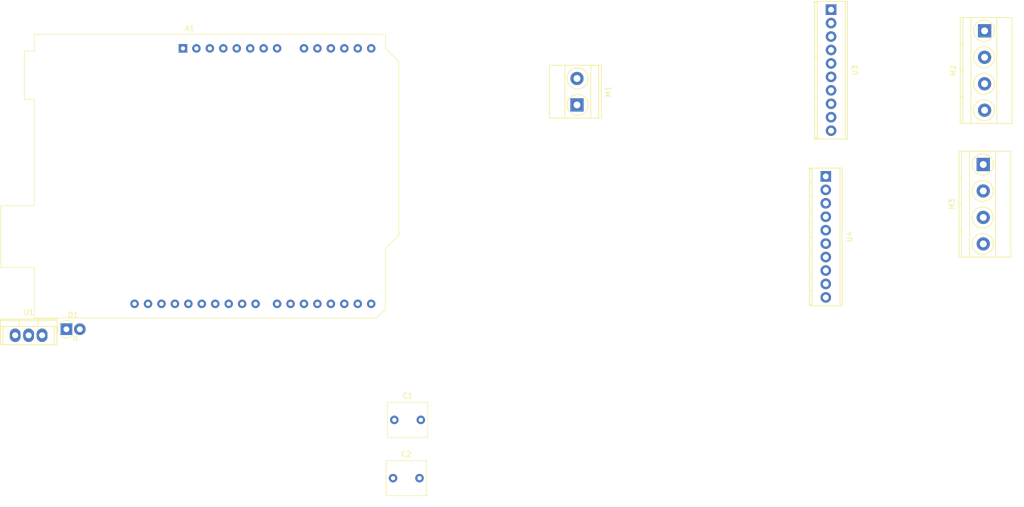
<source format=kicad_pcb>
(kicad_pcb (version 20171130) (host pcbnew "(5.0.1)-3")

  (general
    (thickness 1.6)
    (drawings 0)
    (tracks 0)
    (zones 0)
    (modules 10)
    (nets 19)
  )

  (page A4)
  (layers
    (0 F.Cu signal)
    (31 B.Cu signal)
    (32 B.Adhes user)
    (33 F.Adhes user)
    (34 B.Paste user)
    (35 F.Paste user)
    (36 B.SilkS user)
    (37 F.SilkS user)
    (38 B.Mask user)
    (39 F.Mask user)
    (40 Dwgs.User user)
    (41 Cmts.User user)
    (42 Eco1.User user)
    (43 Eco2.User user)
    (44 Edge.Cuts user)
    (45 Margin user)
    (46 B.CrtYd user)
    (47 F.CrtYd user)
    (48 B.Fab user)
    (49 F.Fab user)
  )

  (setup
    (last_trace_width 0.25)
    (trace_clearance 0.2)
    (zone_clearance 0.508)
    (zone_45_only no)
    (trace_min 0.2)
    (segment_width 0.2)
    (edge_width 0.15)
    (via_size 0.8)
    (via_drill 0.4)
    (via_min_size 0.4)
    (via_min_drill 0.3)
    (uvia_size 0.3)
    (uvia_drill 0.1)
    (uvias_allowed no)
    (uvia_min_size 0.2)
    (uvia_min_drill 0.1)
    (pcb_text_width 0.3)
    (pcb_text_size 1.5 1.5)
    (mod_edge_width 0.15)
    (mod_text_size 1 1)
    (mod_text_width 0.15)
    (pad_size 1.524 1.524)
    (pad_drill 0.762)
    (pad_to_mask_clearance 0.051)
    (solder_mask_min_width 0.25)
    (aux_axis_origin 0 0)
    (visible_elements FFFFFF7F)
    (pcbplotparams
      (layerselection 0x010fc_ffffffff)
      (usegerberextensions false)
      (usegerberattributes false)
      (usegerberadvancedattributes false)
      (creategerberjobfile false)
      (excludeedgelayer true)
      (linewidth 0.100000)
      (plotframeref false)
      (viasonmask false)
      (mode 1)
      (useauxorigin false)
      (hpglpennumber 1)
      (hpglpenspeed 20)
      (hpglpendiameter 15.000000)
      (psnegative false)
      (psa4output false)
      (plotreference true)
      (plotvalue true)
      (plotinvisibletext false)
      (padsonsilk false)
      (subtractmaskfromsilk false)
      (outputformat 1)
      (mirror false)
      (drillshape 1)
      (scaleselection 1)
      (outputdirectory ""))
  )

  (net 0 "")
  (net 1 GNDD)
  (net 2 DIR1)
  (net 3 DIR2)
  (net 4 +5VD)
  (net 5 PWM2)
  (net 6 "Net-(A1-Pad5)")
  (net 7 PWM1)
  (net 8 +24V)
  (net 9 OUT2)
  (net 10 OUT1)
  (net 11 A-1)
  (net 12 A+1)
  (net 13 B+1)
  (net 14 B-1)
  (net 15 B-2)
  (net 16 B+2)
  (net 17 A+2)
  (net 18 A-2)

  (net_class Default "Dies ist die voreingestellte Netzklasse."
    (clearance 0.2)
    (trace_width 0.25)
    (via_dia 0.8)
    (via_drill 0.4)
    (uvia_dia 0.3)
    (uvia_drill 0.1)
    (add_net +24V)
    (add_net +5VD)
    (add_net A+1)
    (add_net A+2)
    (add_net A-1)
    (add_net A-2)
    (add_net B+1)
    (add_net B+2)
    (add_net B-1)
    (add_net B-2)
    (add_net DIR1)
    (add_net DIR2)
    (add_net GNDD)
    (add_net "Net-(A1-Pad5)")
    (add_net OUT1)
    (add_net OUT2)
    (add_net PWM1)
    (add_net PWM2)
  )

  (module Modules:Arduino_UNO_R3_WithMountingHoles (layer F.Cu) (tedit 58AB6127) (tstamp 5BE0DCC1)
    (at 86.565001 34.565001)
    (descr "Arduino UNO R3, http://www.mouser.com/pdfdocs/Gravitech_Arduino_Nano3_0.pdf")
    (tags "Arduino UNO R3")
    (path /5BE05B95)
    (fp_text reference A1 (at 1.27 -3.81 180) (layer F.SilkS)
      (effects (font (size 1 1) (thickness 0.15)))
    )
    (fp_text value Arduino_UNO_R3 (at 0 22.86) (layer F.Fab)
      (effects (font (size 1 1) (thickness 0.15)))
    )
    (fp_line (start -27.94 -2.54) (end 38.1 -2.54) (layer F.Fab) (width 0.1))
    (fp_line (start -27.94 50.8) (end -27.94 -2.54) (layer F.Fab) (width 0.1))
    (fp_line (start 36.58 50.8) (end -27.94 50.8) (layer F.Fab) (width 0.1))
    (fp_line (start 38.1 49.28) (end 36.58 50.8) (layer F.Fab) (width 0.1))
    (fp_line (start 38.1 0) (end 40.64 2.54) (layer F.Fab) (width 0.1))
    (fp_line (start 38.1 -2.54) (end 38.1 0) (layer F.Fab) (width 0.1))
    (fp_line (start 40.64 35.31) (end 38.1 37.85) (layer F.Fab) (width 0.1))
    (fp_line (start 40.64 2.54) (end 40.64 35.31) (layer F.Fab) (width 0.1))
    (fp_line (start 38.1 37.85) (end 38.1 49.28) (layer F.Fab) (width 0.1))
    (fp_line (start -29.84 9.53) (end -29.84 0.64) (layer F.Fab) (width 0.1))
    (fp_line (start -16.51 9.53) (end -29.84 9.53) (layer F.Fab) (width 0.1))
    (fp_line (start -16.51 0.64) (end -16.51 9.53) (layer F.Fab) (width 0.1))
    (fp_line (start -29.84 0.64) (end -16.51 0.64) (layer F.Fab) (width 0.1))
    (fp_line (start -34.29 41.27) (end -34.29 29.84) (layer F.Fab) (width 0.1))
    (fp_line (start -18.41 41.27) (end -34.29 41.27) (layer F.Fab) (width 0.1))
    (fp_line (start -18.41 29.84) (end -18.41 41.27) (layer F.Fab) (width 0.1))
    (fp_line (start -34.29 29.84) (end -18.41 29.84) (layer F.Fab) (width 0.1))
    (fp_line (start 38.23 37.85) (end 40.77 35.31) (layer F.SilkS) (width 0.12))
    (fp_line (start 38.23 49.28) (end 38.23 37.85) (layer F.SilkS) (width 0.12))
    (fp_line (start 36.58 50.93) (end 38.23 49.28) (layer F.SilkS) (width 0.12))
    (fp_line (start -28.07 50.93) (end 36.58 50.93) (layer F.SilkS) (width 0.12))
    (fp_line (start -28.07 41.4) (end -28.07 50.93) (layer F.SilkS) (width 0.12))
    (fp_line (start -34.42 41.4) (end -28.07 41.4) (layer F.SilkS) (width 0.12))
    (fp_line (start -34.42 29.72) (end -34.42 41.4) (layer F.SilkS) (width 0.12))
    (fp_line (start -28.07 29.72) (end -34.42 29.72) (layer F.SilkS) (width 0.12))
    (fp_line (start -28.07 9.65) (end -28.07 29.72) (layer F.SilkS) (width 0.12))
    (fp_line (start -29.97 9.65) (end -28.07 9.65) (layer F.SilkS) (width 0.12))
    (fp_line (start -29.97 0.51) (end -29.97 9.65) (layer F.SilkS) (width 0.12))
    (fp_line (start -28.07 0.51) (end -29.97 0.51) (layer F.SilkS) (width 0.12))
    (fp_line (start -28.07 -2.67) (end -28.07 0.51) (layer F.SilkS) (width 0.12))
    (fp_line (start 38.23 -2.67) (end -28.07 -2.67) (layer F.SilkS) (width 0.12))
    (fp_line (start 38.23 0) (end 38.23 -2.67) (layer F.SilkS) (width 0.12))
    (fp_line (start 40.77 2.54) (end 38.23 0) (layer F.SilkS) (width 0.12))
    (fp_line (start 40.77 35.31) (end 40.77 2.54) (layer F.SilkS) (width 0.12))
    (fp_line (start -28.19 -2.79) (end 38.35 -2.79) (layer F.CrtYd) (width 0.05))
    (fp_line (start -28.19 0.38) (end -28.19 -2.79) (layer F.CrtYd) (width 0.05))
    (fp_line (start -30.1 0.38) (end -28.19 0.38) (layer F.CrtYd) (width 0.05))
    (fp_line (start -30.1 9.78) (end -30.1 0.38) (layer F.CrtYd) (width 0.05))
    (fp_line (start -28.19 9.78) (end -30.1 9.78) (layer F.CrtYd) (width 0.05))
    (fp_line (start -28.19 29.59) (end -28.19 9.78) (layer F.CrtYd) (width 0.05))
    (fp_line (start -34.54 29.59) (end -28.19 29.59) (layer F.CrtYd) (width 0.05))
    (fp_line (start -34.54 41.53) (end -34.54 29.59) (layer F.CrtYd) (width 0.05))
    (fp_line (start -28.19 41.53) (end -34.54 41.53) (layer F.CrtYd) (width 0.05))
    (fp_line (start -28.19 51.05) (end -28.19 41.53) (layer F.CrtYd) (width 0.05))
    (fp_line (start 36.58 51.05) (end -28.19 51.05) (layer F.CrtYd) (width 0.05))
    (fp_line (start 38.35 49.28) (end 36.58 51.05) (layer F.CrtYd) (width 0.05))
    (fp_line (start 38.35 37.85) (end 38.35 49.28) (layer F.CrtYd) (width 0.05))
    (fp_line (start 40.89 35.31) (end 38.35 37.85) (layer F.CrtYd) (width 0.05))
    (fp_line (start 40.89 2.54) (end 40.89 35.31) (layer F.CrtYd) (width 0.05))
    (fp_line (start 38.35 0) (end 40.89 2.54) (layer F.CrtYd) (width 0.05))
    (fp_line (start 38.35 -2.79) (end 38.35 0) (layer F.CrtYd) (width 0.05))
    (fp_text user %R (at 0 20.32 180) (layer F.Fab)
      (effects (font (size 1 1) (thickness 0.15)))
    )
    (pad "" np_thru_hole circle (at 38.1 5.08 90) (size 1.78 1.78) (drill 1.78) (layers *.Cu *.Mask))
    (pad "" np_thru_hole circle (at 38.1 33.02 90) (size 1.78 1.78) (drill 1.78) (layers *.Cu *.Mask))
    (pad "" np_thru_hole circle (at -12.7 48.26 90) (size 1.78 1.78) (drill 1.78) (layers *.Cu *.Mask))
    (pad "" np_thru_hole circle (at -13.97 0 90) (size 1.78 1.78) (drill 1.78) (layers *.Cu *.Mask))
    (pad 16 thru_hole oval (at 33.02 48.26 90) (size 1.6 1.6) (drill 0.8) (layers *.Cu *.Mask))
    (pad 15 thru_hole oval (at 35.56 48.26 90) (size 1.6 1.6) (drill 0.8) (layers *.Cu *.Mask))
    (pad 30 thru_hole oval (at -4.06 48.26 90) (size 1.6 1.6) (drill 0.8) (layers *.Cu *.Mask))
    (pad 14 thru_hole oval (at 35.56 0 90) (size 1.6 1.6) (drill 0.8) (layers *.Cu *.Mask))
    (pad 29 thru_hole oval (at -1.52 48.26 90) (size 1.6 1.6) (drill 0.8) (layers *.Cu *.Mask)
      (net 1 GNDD))
    (pad 13 thru_hole oval (at 33.02 0 90) (size 1.6 1.6) (drill 0.8) (layers *.Cu *.Mask))
    (pad 28 thru_hole oval (at 1.02 48.26 90) (size 1.6 1.6) (drill 0.8) (layers *.Cu *.Mask)
      (net 2 DIR1))
    (pad 12 thru_hole oval (at 30.48 0 90) (size 1.6 1.6) (drill 0.8) (layers *.Cu *.Mask))
    (pad 27 thru_hole oval (at 3.56 48.26 90) (size 1.6 1.6) (drill 0.8) (layers *.Cu *.Mask)
      (net 3 DIR2))
    (pad 11 thru_hole oval (at 27.94 0 90) (size 1.6 1.6) (drill 0.8) (layers *.Cu *.Mask))
    (pad 26 thru_hole oval (at 6.1 48.26 90) (size 1.6 1.6) (drill 0.8) (layers *.Cu *.Mask))
    (pad 10 thru_hole oval (at 25.4 0 90) (size 1.6 1.6) (drill 0.8) (layers *.Cu *.Mask))
    (pad 25 thru_hole oval (at 8.64 48.26 90) (size 1.6 1.6) (drill 0.8) (layers *.Cu *.Mask))
    (pad 9 thru_hole oval (at 22.86 0 90) (size 1.6 1.6) (drill 0.8) (layers *.Cu *.Mask))
    (pad 24 thru_hole oval (at 11.18 48.26 90) (size 1.6 1.6) (drill 0.8) (layers *.Cu *.Mask))
    (pad 8 thru_hole oval (at 17.78 0 90) (size 1.6 1.6) (drill 0.8) (layers *.Cu *.Mask)
      (net 4 +5VD))
    (pad 23 thru_hole oval (at 13.72 48.26 90) (size 1.6 1.6) (drill 0.8) (layers *.Cu *.Mask))
    (pad 7 thru_hole oval (at 15.24 0 90) (size 1.6 1.6) (drill 0.8) (layers *.Cu *.Mask)
      (net 1 GNDD))
    (pad 22 thru_hole oval (at 17.78 48.26 90) (size 1.6 1.6) (drill 0.8) (layers *.Cu *.Mask))
    (pad 6 thru_hole oval (at 12.7 0 90) (size 1.6 1.6) (drill 0.8) (layers *.Cu *.Mask)
      (net 1 GNDD))
    (pad 21 thru_hole oval (at 20.32 48.26 90) (size 1.6 1.6) (drill 0.8) (layers *.Cu *.Mask)
      (net 5 PWM2))
    (pad 5 thru_hole oval (at 10.16 0 90) (size 1.6 1.6) (drill 0.8) (layers *.Cu *.Mask)
      (net 6 "Net-(A1-Pad5)"))
    (pad 20 thru_hole oval (at 22.86 48.26 90) (size 1.6 1.6) (drill 0.8) (layers *.Cu *.Mask)
      (net 7 PWM1))
    (pad 4 thru_hole oval (at 7.62 0 90) (size 1.6 1.6) (drill 0.8) (layers *.Cu *.Mask))
    (pad 19 thru_hole oval (at 25.4 48.26 90) (size 1.6 1.6) (drill 0.8) (layers *.Cu *.Mask))
    (pad 3 thru_hole oval (at 5.08 0 90) (size 1.6 1.6) (drill 0.8) (layers *.Cu *.Mask)
      (net 4 +5VD))
    (pad 18 thru_hole oval (at 27.94 48.26 90) (size 1.6 1.6) (drill 0.8) (layers *.Cu *.Mask))
    (pad 2 thru_hole oval (at 2.54 0 90) (size 1.6 1.6) (drill 0.8) (layers *.Cu *.Mask))
    (pad 17 thru_hole oval (at 30.48 48.26 90) (size 1.6 1.6) (drill 0.8) (layers *.Cu *.Mask))
    (pad 1 thru_hole rect (at 0 0 90) (size 1.6 1.6) (drill 0.8) (layers *.Cu *.Mask))
    (pad 31 thru_hole oval (at -6.6 48.26 90) (size 1.6 1.6) (drill 0.8) (layers *.Cu *.Mask))
    (pad 32 thru_hole oval (at -9.14 48.26 90) (size 1.6 1.6) (drill 0.8) (layers *.Cu *.Mask))
  )

  (module Capacitors_THT:C_Rect_L7.5mm_W6.5mm_P5.00mm (layer F.Cu) (tedit 597BC7C2) (tstamp 5BE0DCD4)
    (at 126.5 104.75)
    (descr "C, Rect series, Radial, pin pitch=5.00mm, , length*width=7.5*6.5mm^2, Capacitor")
    (tags "C Rect series Radial pin pitch 5.00mm  length 7.5mm width 6.5mm Capacitor")
    (path /5BE054B9)
    (fp_text reference C1 (at 2.5 -4.56) (layer F.SilkS)
      (effects (font (size 1 1) (thickness 0.15)))
    )
    (fp_text value 0.33uF (at 2.5 4.56) (layer F.Fab)
      (effects (font (size 1 1) (thickness 0.15)))
    )
    (fp_text user %R (at 2.5 0) (layer F.Fab)
      (effects (font (size 1 1) (thickness 0.15)))
    )
    (fp_line (start 6.6 -3.6) (end -1.6 -3.6) (layer F.CrtYd) (width 0.05))
    (fp_line (start 6.6 3.6) (end 6.6 -3.6) (layer F.CrtYd) (width 0.05))
    (fp_line (start -1.6 3.6) (end 6.6 3.6) (layer F.CrtYd) (width 0.05))
    (fp_line (start -1.6 -3.6) (end -1.6 3.6) (layer F.CrtYd) (width 0.05))
    (fp_line (start 6.31 -3.31) (end 6.31 3.31) (layer F.SilkS) (width 0.12))
    (fp_line (start -1.31 -3.31) (end -1.31 3.31) (layer F.SilkS) (width 0.12))
    (fp_line (start -1.31 3.31) (end 6.31 3.31) (layer F.SilkS) (width 0.12))
    (fp_line (start -1.31 -3.31) (end 6.31 -3.31) (layer F.SilkS) (width 0.12))
    (fp_line (start 6.25 -3.25) (end -1.25 -3.25) (layer F.Fab) (width 0.1))
    (fp_line (start 6.25 3.25) (end 6.25 -3.25) (layer F.Fab) (width 0.1))
    (fp_line (start -1.25 3.25) (end 6.25 3.25) (layer F.Fab) (width 0.1))
    (fp_line (start -1.25 -3.25) (end -1.25 3.25) (layer F.Fab) (width 0.1))
    (pad 2 thru_hole circle (at 5 0) (size 1.6 1.6) (drill 0.8) (layers *.Cu *.Mask)
      (net 1 GNDD))
    (pad 1 thru_hole circle (at 0 0) (size 1.6 1.6) (drill 0.8) (layers *.Cu *.Mask)
      (net 8 +24V))
    (model ${KISYS3DMOD}/Capacitors_THT.3dshapes/C_Rect_L7.5mm_W6.5mm_P5.00mm.wrl
      (at (xyz 0 0 0))
      (scale (xyz 1 1 1))
      (rotate (xyz 0 0 0))
    )
  )

  (module Capacitors_THT:C_Rect_L7.5mm_W6.5mm_P5.00mm (layer F.Cu) (tedit 597BC7C2) (tstamp 5BE0DCE7)
    (at 126.25 115.75)
    (descr "C, Rect series, Radial, pin pitch=5.00mm, , length*width=7.5*6.5mm^2, Capacitor")
    (tags "C Rect series Radial pin pitch 5.00mm  length 7.5mm width 6.5mm Capacitor")
    (path /5BE05551)
    (fp_text reference C2 (at 2.5 -4.56) (layer F.SilkS)
      (effects (font (size 1 1) (thickness 0.15)))
    )
    (fp_text value 0.1uF (at 2.5 4.56) (layer F.Fab)
      (effects (font (size 1 1) (thickness 0.15)))
    )
    (fp_line (start -1.25 -3.25) (end -1.25 3.25) (layer F.Fab) (width 0.1))
    (fp_line (start -1.25 3.25) (end 6.25 3.25) (layer F.Fab) (width 0.1))
    (fp_line (start 6.25 3.25) (end 6.25 -3.25) (layer F.Fab) (width 0.1))
    (fp_line (start 6.25 -3.25) (end -1.25 -3.25) (layer F.Fab) (width 0.1))
    (fp_line (start -1.31 -3.31) (end 6.31 -3.31) (layer F.SilkS) (width 0.12))
    (fp_line (start -1.31 3.31) (end 6.31 3.31) (layer F.SilkS) (width 0.12))
    (fp_line (start -1.31 -3.31) (end -1.31 3.31) (layer F.SilkS) (width 0.12))
    (fp_line (start 6.31 -3.31) (end 6.31 3.31) (layer F.SilkS) (width 0.12))
    (fp_line (start -1.6 -3.6) (end -1.6 3.6) (layer F.CrtYd) (width 0.05))
    (fp_line (start -1.6 3.6) (end 6.6 3.6) (layer F.CrtYd) (width 0.05))
    (fp_line (start 6.6 3.6) (end 6.6 -3.6) (layer F.CrtYd) (width 0.05))
    (fp_line (start 6.6 -3.6) (end -1.6 -3.6) (layer F.CrtYd) (width 0.05))
    (fp_text user %R (at 2.5 0) (layer F.Fab)
      (effects (font (size 1 1) (thickness 0.15)))
    )
    (pad 1 thru_hole circle (at 0 0) (size 1.6 1.6) (drill 0.8) (layers *.Cu *.Mask)
      (net 4 +5VD))
    (pad 2 thru_hole circle (at 5 0) (size 1.6 1.6) (drill 0.8) (layers *.Cu *.Mask)
      (net 1 GNDD))
    (model ${KISYS3DMOD}/Capacitors_THT.3dshapes/C_Rect_L7.5mm_W6.5mm_P5.00mm.wrl
      (at (xyz 0 0 0))
      (scale (xyz 1 1 1))
      (rotate (xyz 0 0 0))
    )
  )

  (module Diodes_THT:D_DO-41_SOD81_P2.54mm_Vertical_AnodeUp (layer F.Cu) (tedit 5921392F) (tstamp 5BE0DCFA)
    (at 64.540733 87.615001)
    (descr "D, DO-41_SOD81 series, Axial, Vertical, pin pitch=2.54mm, , length*diameter=5.2*2.7mm^2, , http://www.diodes.com/_files/packages/DO-41%20(Plastic).pdf")
    (tags "D DO-41_SOD81 series Axial Vertical pin pitch 2.54mm  length 5.2mm diameter 2.7mm")
    (path /5BE093C6)
    (fp_text reference D1 (at 1.27 -2.690635) (layer F.SilkS)
      (effects (font (size 1 1) (thickness 0.15)))
    )
    (fp_text value 1N4001 (at 1.27 3.579635) (layer F.Fab)
      (effects (font (size 1 1) (thickness 0.15)))
    )
    (fp_arc (start 0 0) (end 1.257516 -1.1) (angle -276.1) (layer F.SilkS) (width 0.12))
    (fp_circle (center 0 0) (end 1.35 0) (layer F.Fab) (width 0.1))
    (fp_line (start 3.95 -1.95) (end -1.7 -1.95) (layer F.CrtYd) (width 0.05))
    (fp_line (start 3.95 1.95) (end 3.95 -1.95) (layer F.CrtYd) (width 0.05))
    (fp_line (start -1.7 1.95) (end 3.95 1.95) (layer F.CrtYd) (width 0.05))
    (fp_line (start -1.7 -1.95) (end -1.7 1.95) (layer F.CrtYd) (width 0.05))
    (fp_line (start 1.989667 2.169) (end 1.397 1.7245) (layer F.SilkS) (width 0.12))
    (fp_line (start 1.989667 1.28) (end 1.989667 2.169) (layer F.SilkS) (width 0.12))
    (fp_line (start 1.397 1.7245) (end 1.989667 1.28) (layer F.SilkS) (width 0.12))
    (fp_line (start 1.397 1.28) (end 1.397 2.169) (layer F.SilkS) (width 0.12))
    (fp_line (start 0 0) (end 2.54 0) (layer F.Fab) (width 0.1))
    (fp_text user %R (at 1.27 0) (layer F.Fab)
      (effects (font (size 1 1) (thickness 0.15)))
    )
    (fp_text user K (at -2.390635 0) (layer F.Fab)
      (effects (font (size 1 1) (thickness 0.15)))
    )
    (pad 2 thru_hole oval (at 2.54 0) (size 2.2 2.2) (drill 1.1) (layers *.Cu *.Mask)
      (net 9 OUT2))
    (pad 1 thru_hole rect (at 0 0) (size 2.2 2.2) (drill 1.1) (layers *.Cu *.Mask)
      (net 10 OUT1))
    (model ${KISYS3DMOD}/Diodes_THT.3dshapes/D_DO-41_SOD81_P2.54mm_Vertical_AnodeUp.wrl
      (at (xyz 0 0 0))
      (scale (xyz 0.393701 0.393701 0.393701))
      (rotate (xyz 0 0 0))
    )
  )

  (module TerminalBlocks_Phoenix:TerminalBlock_Phoenix_MKDS1.5-2pol (layer F.Cu) (tedit 59FF0755) (tstamp 5BE0DD0F)
    (at 161 45.25 90)
    (descr "2-way 5mm pitch terminal block, Phoenix MKDS series")
    (path /5BE07F6E)
    (fp_text reference M1 (at 2.5 5.9 90) (layer F.SilkS)
      (effects (font (size 1 1) (thickness 0.15)))
    )
    (fp_text value Motor_DC (at 2.5 -6.6 90) (layer F.Fab)
      (effects (font (size 1 1) (thickness 0.15)))
    )
    (fp_circle (center 0 0.1) (end 2 0.1) (layer F.SilkS) (width 0.15))
    (fp_circle (center 5 0.1) (end 3 0.1) (layer F.SilkS) (width 0.15))
    (fp_line (start -2.5 -5.2) (end -2.5 4.6) (layer F.SilkS) (width 0.15))
    (fp_line (start 7.5 -5.2) (end -2.5 -5.2) (layer F.SilkS) (width 0.15))
    (fp_line (start 7.5 4.6) (end 7.5 -5.2) (layer F.SilkS) (width 0.15))
    (fp_line (start -2.5 4.6) (end 7.5 4.6) (layer F.SilkS) (width 0.15))
    (fp_line (start -2.5 4.1) (end 7.5 4.1) (layer F.SilkS) (width 0.15))
    (fp_line (start -2.5 -2.3) (end 7.5 -2.3) (layer F.SilkS) (width 0.15))
    (fp_line (start -2.5 2.6) (end 7.5 2.6) (layer F.SilkS) (width 0.15))
    (fp_line (start 2.5 4.1) (end 2.5 4.6) (layer F.SilkS) (width 0.15))
    (fp_line (start 7.7 -5.4) (end 7.7 4.8) (layer F.CrtYd) (width 0.05))
    (fp_line (start 7.7 4.8) (end -2.7 4.8) (layer F.CrtYd) (width 0.05))
    (fp_line (start -2.7 4.8) (end -2.7 -5.4) (layer F.CrtYd) (width 0.05))
    (fp_line (start -2.7 -5.4) (end 7.7 -5.4) (layer F.CrtYd) (width 0.05))
    (fp_text user %R (at 2.5 0 90) (layer F.Fab)
      (effects (font (size 1 1) (thickness 0.15)))
    )
    (pad 2 thru_hole circle (at 5 0 90) (size 2.5 2.5) (drill 1.3) (layers *.Cu *.Mask)
      (net 9 OUT2))
    (pad 1 thru_hole rect (at 0 0 90) (size 2.5 2.5) (drill 1.3) (layers *.Cu *.Mask)
      (net 10 OUT1))
    (model ${KISYS3DMOD}/TerminalBlock_Phoenix.3dshapes/TerminalBlock_Phoenix_MKDS1.5-2pol.wrl
      (offset (xyz 2.499359962463379 0 0))
      (scale (xyz 1 1 1))
      (rotate (xyz 0 0 0))
    )
  )

  (module TerminalBlocks_Phoenix:TerminalBlock_Phoenix_MKDS1.5-4pol (layer F.Cu) (tedit 59FF0755) (tstamp 5BE0DD2A)
    (at 238 31.25 270)
    (descr "4-way 5mm pitch terminal block, Phoenix MKDS series")
    (path /5BE070FB)
    (fp_text reference M2 (at 7.5 5.9 270) (layer F.SilkS)
      (effects (font (size 1 1) (thickness 0.15)))
    )
    (fp_text value Stepper_Motor_bipolar (at 7.5 -6.6 270) (layer F.Fab)
      (effects (font (size 1 1) (thickness 0.15)))
    )
    (fp_circle (center 0 0.1) (end 2 0.1) (layer F.SilkS) (width 0.15))
    (fp_circle (center 5 0.1) (end 3 0.1) (layer F.SilkS) (width 0.15))
    (fp_circle (center 10 0.1) (end 8 0.1) (layer F.SilkS) (width 0.15))
    (fp_circle (center 15 0.1) (end 13 0.1) (layer F.SilkS) (width 0.15))
    (fp_line (start -2.5 -5.2) (end -2.5 4.6) (layer F.SilkS) (width 0.15))
    (fp_line (start 17.5 -5.2) (end -2.5 -5.2) (layer F.SilkS) (width 0.15))
    (fp_line (start 17.5 4.6) (end 17.5 -5.2) (layer F.SilkS) (width 0.15))
    (fp_line (start -2.5 4.6) (end 17.5 4.6) (layer F.SilkS) (width 0.15))
    (fp_line (start -2.5 4.1) (end 17.5 4.1) (layer F.SilkS) (width 0.15))
    (fp_line (start -2.5 -2.3) (end 17.5 -2.3) (layer F.SilkS) (width 0.15))
    (fp_line (start -2.5 2.6) (end 17.5 2.6) (layer F.SilkS) (width 0.15))
    (fp_line (start 2.5 4.1) (end 2.5 4.6) (layer F.SilkS) (width 0.15))
    (fp_line (start 7.5 4.1) (end 7.5 4.6) (layer F.SilkS) (width 0.15))
    (fp_line (start 12.5 4.1) (end 12.5 4.6) (layer F.SilkS) (width 0.15))
    (fp_line (start 17.7 -5.4) (end 17.7 4.8) (layer F.CrtYd) (width 0.05))
    (fp_line (start 17.7 4.8) (end -2.7 4.8) (layer F.CrtYd) (width 0.05))
    (fp_line (start -2.7 4.8) (end -2.7 -5.4) (layer F.CrtYd) (width 0.05))
    (fp_line (start -2.7 -5.4) (end 17.7 -5.4) (layer F.CrtYd) (width 0.05))
    (fp_text user %R (at 7.5 0 270) (layer F.Fab)
      (effects (font (size 1 1) (thickness 0.15)))
    )
    (pad 2 thru_hole circle (at 5 0 270) (size 2.5 2.5) (drill 1.3) (layers *.Cu *.Mask)
      (net 11 A-1))
    (pad 1 thru_hole rect (at 0 0 270) (size 2.5 2.5) (drill 1.3) (layers *.Cu *.Mask)
      (net 12 A+1))
    (pad 3 thru_hole circle (at 10 0 270) (size 2.5 2.5) (drill 1.3) (layers *.Cu *.Mask)
      (net 13 B+1))
    (pad 4 thru_hole circle (at 15 0 270) (size 2.5 2.5) (drill 1.3) (layers *.Cu *.Mask)
      (net 14 B-1))
    (model ${KISYS3DMOD}/TerminalBlock_Phoenix.3dshapes/TerminalBlock_Phoenix_MKDS1.5-4pol.wrl
      (offset (xyz 7.50061988735199 0 0))
      (scale (xyz 1 1 1))
      (rotate (xyz 0 0 0))
    )
  )

  (module TerminalBlocks_Phoenix:TerminalBlock_Phoenix_MKDS1.5-4pol (layer F.Cu) (tedit 59FF0755) (tstamp 5BE0DD45)
    (at 237.75 56.5 270)
    (descr "4-way 5mm pitch terminal block, Phoenix MKDS series")
    (path /5BE0716A)
    (fp_text reference M3 (at 7.5 5.9 270) (layer F.SilkS)
      (effects (font (size 1 1) (thickness 0.15)))
    )
    (fp_text value Stepper_Motor_bipolar (at 7.5 -6.6 270) (layer F.Fab)
      (effects (font (size 1 1) (thickness 0.15)))
    )
    (fp_text user %R (at 7.5 0 270) (layer F.Fab)
      (effects (font (size 1 1) (thickness 0.15)))
    )
    (fp_line (start -2.7 -5.4) (end 17.7 -5.4) (layer F.CrtYd) (width 0.05))
    (fp_line (start -2.7 4.8) (end -2.7 -5.4) (layer F.CrtYd) (width 0.05))
    (fp_line (start 17.7 4.8) (end -2.7 4.8) (layer F.CrtYd) (width 0.05))
    (fp_line (start 17.7 -5.4) (end 17.7 4.8) (layer F.CrtYd) (width 0.05))
    (fp_line (start 12.5 4.1) (end 12.5 4.6) (layer F.SilkS) (width 0.15))
    (fp_line (start 7.5 4.1) (end 7.5 4.6) (layer F.SilkS) (width 0.15))
    (fp_line (start 2.5 4.1) (end 2.5 4.6) (layer F.SilkS) (width 0.15))
    (fp_line (start -2.5 2.6) (end 17.5 2.6) (layer F.SilkS) (width 0.15))
    (fp_line (start -2.5 -2.3) (end 17.5 -2.3) (layer F.SilkS) (width 0.15))
    (fp_line (start -2.5 4.1) (end 17.5 4.1) (layer F.SilkS) (width 0.15))
    (fp_line (start -2.5 4.6) (end 17.5 4.6) (layer F.SilkS) (width 0.15))
    (fp_line (start 17.5 4.6) (end 17.5 -5.2) (layer F.SilkS) (width 0.15))
    (fp_line (start 17.5 -5.2) (end -2.5 -5.2) (layer F.SilkS) (width 0.15))
    (fp_line (start -2.5 -5.2) (end -2.5 4.6) (layer F.SilkS) (width 0.15))
    (fp_circle (center 15 0.1) (end 13 0.1) (layer F.SilkS) (width 0.15))
    (fp_circle (center 10 0.1) (end 8 0.1) (layer F.SilkS) (width 0.15))
    (fp_circle (center 5 0.1) (end 3 0.1) (layer F.SilkS) (width 0.15))
    (fp_circle (center 0 0.1) (end 2 0.1) (layer F.SilkS) (width 0.15))
    (pad 4 thru_hole circle (at 15 0 270) (size 2.5 2.5) (drill 1.3) (layers *.Cu *.Mask)
      (net 15 B-2))
    (pad 3 thru_hole circle (at 10 0 270) (size 2.5 2.5) (drill 1.3) (layers *.Cu *.Mask)
      (net 16 B+2))
    (pad 1 thru_hole rect (at 0 0 270) (size 2.5 2.5) (drill 1.3) (layers *.Cu *.Mask)
      (net 17 A+2))
    (pad 2 thru_hole circle (at 5 0 270) (size 2.5 2.5) (drill 1.3) (layers *.Cu *.Mask)
      (net 18 A-2))
    (model ${KISYS3DMOD}/TerminalBlock_Phoenix.3dshapes/TerminalBlock_Phoenix_MKDS1.5-4pol.wrl
      (offset (xyz 7.50061988735199 0 0))
      (scale (xyz 1 1 1))
      (rotate (xyz 0 0 0))
    )
  )

  (module Power_Integrations:TO-220 (layer F.Cu) (tedit 0) (tstamp 5BE0DD56)
    (at 57.409001 88.763001)
    (descr "Non Isolated JEDEC TO-220 Package")
    (tags "Power Integration YN Package")
    (path /5BE05440)
    (fp_text reference U1 (at 0 -4.318) (layer F.SilkS)
      (effects (font (size 1 1) (thickness 0.15)))
    )
    (fp_text value L7805 (at 0 -4.318) (layer F.Fab)
      (effects (font (size 1 1) (thickness 0.15)))
    )
    (fp_line (start 5.334 -3.048) (end -5.334 -3.048) (layer F.SilkS) (width 0.15))
    (fp_line (start 5.334 -3.048) (end 5.334 1.778) (layer F.SilkS) (width 0.15))
    (fp_line (start -5.334 -3.048) (end -5.334 1.778) (layer F.SilkS) (width 0.15))
    (fp_line (start 5.334 1.778) (end -5.334 1.778) (layer F.SilkS) (width 0.15))
    (fp_line (start -5.334 -1.651) (end 5.334 -1.651) (layer F.SilkS) (width 0.15))
    (fp_line (start -1.778 -1.778) (end -1.778 -3.048) (layer F.SilkS) (width 0.15))
    (fp_line (start 1.778 -1.778) (end 1.778 -3.048) (layer F.SilkS) (width 0.15))
    (fp_line (start 5.334 -2.794) (end -5.334 -2.794) (layer F.SilkS) (width 0.15))
    (fp_line (start -4.826 -1.651) (end -4.826 1.778) (layer F.SilkS) (width 0.15))
    (fp_line (start 4.826 -1.651) (end 4.826 1.778) (layer F.SilkS) (width 0.15))
    (pad 1 thru_hole oval (at -2.54 0) (size 2.032 2.54) (drill 1.143) (layers *.Cu *.Mask)
      (net 8 +24V))
    (pad 3 thru_hole oval (at 2.54 0) (size 2.032 2.54) (drill 1.143) (layers *.Cu *.Mask)
      (net 4 +5VD))
    (pad 2 thru_hole oval (at 0 0) (size 2.032 2.54) (drill 1.143) (layers *.Cu *.Mask)
      (net 1 GNDD))
  )

  (module TerminalBlocks_Phoenix:TerminalBlock_Phoenix_MPT-2.54mm_10pol (layer F.Cu) (tedit 59FF0755) (tstamp 5BE0DD7A)
    (at 209 27.25 270)
    (descr "10-way 2.54mm pitch terminal block, Phoenix MPT series")
    (path /5BE0528E)
    (fp_text reference U3 (at 11.43 -4.50088 270) (layer F.SilkS)
      (effects (font (size 1 1) (thickness 0.15)))
    )
    (fp_text value DM420 (at 11.43 4.50088 270) (layer F.Fab)
      (effects (font (size 1 1) (thickness 0.15)))
    )
    (fp_line (start -1.56718 -3.0988) (end -1.56718 3.0988) (layer F.SilkS) (width 0.15))
    (fp_line (start 24.42718 3.0988) (end 24.42718 -3.0988) (layer F.SilkS) (width 0.15))
    (fp_line (start 1.23444 3.0988) (end 1.23444 2.60096) (layer F.SilkS) (width 0.15))
    (fp_line (start 24.22906 2.60096) (end 24.22906 3.0988) (layer F.SilkS) (width 0.15))
    (fp_line (start -1.36906 3.0988) (end -1.36906 2.60096) (layer F.SilkS) (width 0.15))
    (fp_line (start 3.83286 2.60096) (end 3.83286 3.0988) (layer F.SilkS) (width 0.15))
    (fp_line (start 6.32968 2.60096) (end 6.32968 3.0988) (layer F.SilkS) (width 0.15))
    (fp_line (start 16.53286 2.60096) (end 16.53286 3.0988) (layer F.SilkS) (width 0.15))
    (fp_line (start 19.02968 2.60096) (end 19.02968 3.0988) (layer F.SilkS) (width 0.15))
    (fp_line (start 21.63064 2.60096) (end 21.63064 3.0988) (layer F.SilkS) (width 0.15))
    (fp_line (start 13.92936 2.60096) (end 13.92936 3.0988) (layer F.SilkS) (width 0.15))
    (fp_line (start 8.93064 2.60096) (end 8.93064 3.0988) (layer F.SilkS) (width 0.15))
    (fp_line (start -1.56972 3.0988) (end 24.42972 3.0988) (layer F.SilkS) (width 0.15))
    (fp_line (start 24.42972 2.60096) (end -1.56972 2.60096) (layer F.SilkS) (width 0.15))
    (fp_line (start -1.56972 -3.0988) (end 24.42972 -3.0988) (layer F.SilkS) (width 0.15))
    (fp_line (start 24.42972 -2.70002) (end -1.56972 -2.70002) (layer F.SilkS) (width 0.15))
    (fp_line (start 11.43 2.60096) (end 11.43 3.0988) (layer F.SilkS) (width 0.15))
    (fp_line (start 24.6 -3.3) (end 24.6 3.3) (layer F.CrtYd) (width 0.05))
    (fp_line (start 24.6 3.3) (end -1.8 3.3) (layer F.CrtYd) (width 0.05))
    (fp_line (start -1.8 3.3) (end -1.8 -3.3) (layer F.CrtYd) (width 0.05))
    (fp_line (start -1.8 -3.3) (end 24.6 -3.3) (layer F.CrtYd) (width 0.05))
    (fp_text user %R (at 11.43 0 270) (layer F.Fab)
      (effects (font (size 1 1) (thickness 0.15)))
    )
    (pad 10 thru_hole oval (at 22.86 0 90) (size 1.99898 1.99898) (drill 1.09728) (layers *.Cu *.Mask)
      (net 1 GNDD))
    (pad 9 thru_hole oval (at 20.32 0 90) (size 1.99898 1.99898) (drill 1.09728) (layers *.Cu *.Mask)
      (net 8 +24V))
    (pad 8 thru_hole oval (at 17.78 0 90) (size 1.99898 1.99898) (drill 1.09728) (layers *.Cu *.Mask)
      (net 14 B-1))
    (pad 7 thru_hole oval (at 15.24 0 90) (size 1.99898 1.99898) (drill 1.09728) (layers *.Cu *.Mask)
      (net 13 B+1))
    (pad 6 thru_hole oval (at 12.7 0 90) (size 1.99898 1.99898) (drill 1.09728) (layers *.Cu *.Mask)
      (net 11 A-1))
    (pad 5 thru_hole oval (at 10.16 0 90) (size 1.99898 1.99898) (drill 1.09728) (layers *.Cu *.Mask)
      (net 12 A+1))
    (pad 3 thru_hole oval (at 5.08 0 90) (size 1.99898 1.99898) (drill 1.09728) (layers *.Cu *.Mask)
      (net 6 "Net-(A1-Pad5)"))
    (pad 2 thru_hole oval (at 2.54 0 90) (size 1.99898 1.99898) (drill 1.09728) (layers *.Cu *.Mask)
      (net 2 DIR1))
    (pad 1 thru_hole rect (at 0 0 90) (size 1.99898 1.99898) (drill 1.09728) (layers *.Cu *.Mask)
      (net 7 PWM1))
    (pad 4 thru_hole oval (at 7.62 0 90) (size 1.99898 1.99898) (drill 1.09728) (layers *.Cu *.Mask)
      (net 6 "Net-(A1-Pad5)"))
    (model ${KISYS3DMOD}/TerminalBlock_Phoenix.3dshapes/TerminalBlock_Phoenix_MPT-2.54mm_10pol.wrl
      (offset (xyz 11.42999982833862 0 0))
      (scale (xyz 1 1 1))
      (rotate (xyz 0 0 0))
    )
  )

  (module TerminalBlocks_Phoenix:TerminalBlock_Phoenix_MPT-2.54mm_10pol (layer F.Cu) (tedit 59FF0755) (tstamp 5BE0DD9E)
    (at 208 58.75 270)
    (descr "10-way 2.54mm pitch terminal block, Phoenix MPT series")
    (path /5BE05303)
    (fp_text reference U4 (at 11.43 -4.50088 270) (layer F.SilkS)
      (effects (font (size 1 1) (thickness 0.15)))
    )
    (fp_text value DM420 (at 11.43 4.50088 270) (layer F.Fab)
      (effects (font (size 1 1) (thickness 0.15)))
    )
    (fp_text user %R (at 11.43 0 270) (layer F.Fab)
      (effects (font (size 1 1) (thickness 0.15)))
    )
    (fp_line (start -1.8 -3.3) (end 24.6 -3.3) (layer F.CrtYd) (width 0.05))
    (fp_line (start -1.8 3.3) (end -1.8 -3.3) (layer F.CrtYd) (width 0.05))
    (fp_line (start 24.6 3.3) (end -1.8 3.3) (layer F.CrtYd) (width 0.05))
    (fp_line (start 24.6 -3.3) (end 24.6 3.3) (layer F.CrtYd) (width 0.05))
    (fp_line (start 11.43 2.60096) (end 11.43 3.0988) (layer F.SilkS) (width 0.15))
    (fp_line (start 24.42972 -2.70002) (end -1.56972 -2.70002) (layer F.SilkS) (width 0.15))
    (fp_line (start -1.56972 -3.0988) (end 24.42972 -3.0988) (layer F.SilkS) (width 0.15))
    (fp_line (start 24.42972 2.60096) (end -1.56972 2.60096) (layer F.SilkS) (width 0.15))
    (fp_line (start -1.56972 3.0988) (end 24.42972 3.0988) (layer F.SilkS) (width 0.15))
    (fp_line (start 8.93064 2.60096) (end 8.93064 3.0988) (layer F.SilkS) (width 0.15))
    (fp_line (start 13.92936 2.60096) (end 13.92936 3.0988) (layer F.SilkS) (width 0.15))
    (fp_line (start 21.63064 2.60096) (end 21.63064 3.0988) (layer F.SilkS) (width 0.15))
    (fp_line (start 19.02968 2.60096) (end 19.02968 3.0988) (layer F.SilkS) (width 0.15))
    (fp_line (start 16.53286 2.60096) (end 16.53286 3.0988) (layer F.SilkS) (width 0.15))
    (fp_line (start 6.32968 2.60096) (end 6.32968 3.0988) (layer F.SilkS) (width 0.15))
    (fp_line (start 3.83286 2.60096) (end 3.83286 3.0988) (layer F.SilkS) (width 0.15))
    (fp_line (start -1.36906 3.0988) (end -1.36906 2.60096) (layer F.SilkS) (width 0.15))
    (fp_line (start 24.22906 2.60096) (end 24.22906 3.0988) (layer F.SilkS) (width 0.15))
    (fp_line (start 1.23444 3.0988) (end 1.23444 2.60096) (layer F.SilkS) (width 0.15))
    (fp_line (start 24.42718 3.0988) (end 24.42718 -3.0988) (layer F.SilkS) (width 0.15))
    (fp_line (start -1.56718 -3.0988) (end -1.56718 3.0988) (layer F.SilkS) (width 0.15))
    (pad 4 thru_hole oval (at 7.62 0 90) (size 1.99898 1.99898) (drill 1.09728) (layers *.Cu *.Mask)
      (net 6 "Net-(A1-Pad5)"))
    (pad 1 thru_hole rect (at 0 0 90) (size 1.99898 1.99898) (drill 1.09728) (layers *.Cu *.Mask)
      (net 5 PWM2))
    (pad 2 thru_hole oval (at 2.54 0 90) (size 1.99898 1.99898) (drill 1.09728) (layers *.Cu *.Mask)
      (net 3 DIR2))
    (pad 3 thru_hole oval (at 5.08 0 90) (size 1.99898 1.99898) (drill 1.09728) (layers *.Cu *.Mask)
      (net 6 "Net-(A1-Pad5)"))
    (pad 5 thru_hole oval (at 10.16 0 90) (size 1.99898 1.99898) (drill 1.09728) (layers *.Cu *.Mask)
      (net 17 A+2))
    (pad 6 thru_hole oval (at 12.7 0 90) (size 1.99898 1.99898) (drill 1.09728) (layers *.Cu *.Mask)
      (net 18 A-2))
    (pad 7 thru_hole oval (at 15.24 0 90) (size 1.99898 1.99898) (drill 1.09728) (layers *.Cu *.Mask)
      (net 16 B+2))
    (pad 8 thru_hole oval (at 17.78 0 90) (size 1.99898 1.99898) (drill 1.09728) (layers *.Cu *.Mask)
      (net 15 B-2))
    (pad 9 thru_hole oval (at 20.32 0 90) (size 1.99898 1.99898) (drill 1.09728) (layers *.Cu *.Mask)
      (net 8 +24V))
    (pad 10 thru_hole oval (at 22.86 0 90) (size 1.99898 1.99898) (drill 1.09728) (layers *.Cu *.Mask)
      (net 1 GNDD))
    (model ${KISYS3DMOD}/TerminalBlock_Phoenix.3dshapes/TerminalBlock_Phoenix_MPT-2.54mm_10pol.wrl
      (offset (xyz 11.42999982833862 0 0))
      (scale (xyz 1 1 1))
      (rotate (xyz 0 0 0))
    )
  )

)

</source>
